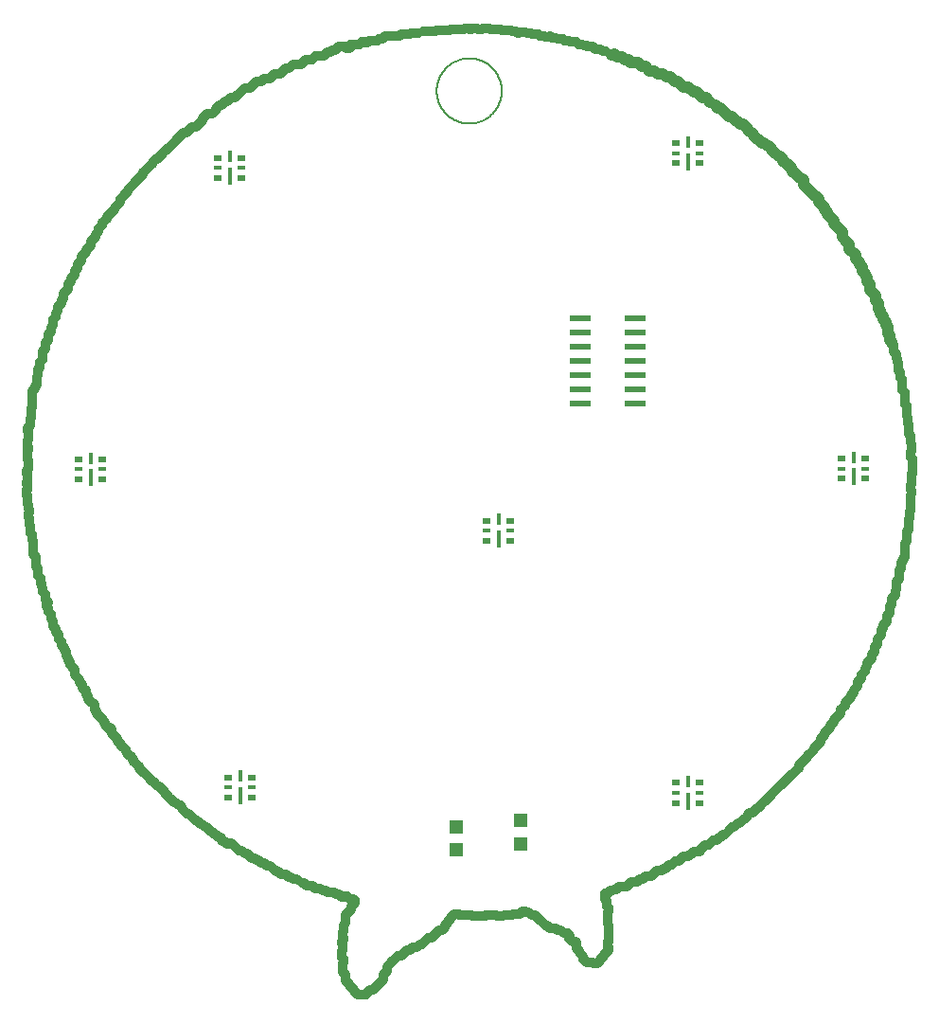
<source format=gtp>
G75*
%MOIN*%
%OFA0B0*%
%FSLAX25Y25*%
%IPPOS*%
%LPD*%
%AMOC8*
5,1,8,0,0,1.08239X$1,22.5*
%
%ADD10C,0.04000*%
%ADD11C,0.03200*%
%ADD12C,0.00800*%
%ADD13R,0.07800X0.02200*%
%ADD14R,0.03150X0.01969*%
%ADD15R,0.03150X0.01181*%
%ADD16R,0.01181X0.03937*%
%ADD17R,0.01181X0.05906*%
%ADD18R,0.04724X0.04724*%
D10*
X0271455Y0316976D02*
X0271947Y0316976D01*
X0273177Y0315746D01*
X0273915Y0315746D01*
X0275146Y0314516D01*
X0275392Y0314516D01*
X0276376Y0313531D01*
X0276376Y0313285D01*
X0277360Y0312301D01*
X0277606Y0312301D01*
X0279083Y0310825D01*
X0279575Y0310825D01*
X0280559Y0309841D01*
X0280559Y0309348D01*
X0281789Y0308118D01*
X0282035Y0308118D01*
X0282774Y0307380D01*
X0282774Y0307134D01*
X0283020Y0307134D01*
X0284004Y0306150D01*
X0284004Y0305657D01*
X0284742Y0304919D01*
X0284988Y0304919D01*
X0286465Y0303443D01*
X0286957Y0303443D01*
X0287941Y0302459D01*
X0287941Y0300982D01*
X0289171Y0299752D01*
X0289171Y0299506D01*
X0291878Y0296799D01*
X0292124Y0296799D01*
X0293108Y0295815D01*
X0293108Y0295077D01*
X0295077Y0293108D01*
X0295323Y0293108D01*
X0295323Y0292124D01*
X0296061Y0291386D01*
X0296061Y0290648D01*
X0298522Y0288187D01*
X0298522Y0287203D01*
X0301474Y0284250D01*
X0301474Y0282528D01*
X0302951Y0281051D01*
X0302951Y0280805D01*
X0303935Y0279821D01*
X0303935Y0278344D01*
X0306150Y0276130D01*
X0306150Y0274900D01*
X0307380Y0273669D01*
X0307380Y0272931D01*
X0308364Y0271947D01*
X0308364Y0270470D01*
X0309348Y0269486D01*
X0309348Y0269240D01*
X0310333Y0268256D01*
X0310333Y0267026D01*
X0311317Y0266041D01*
X0311317Y0263827D01*
X0313285Y0261858D01*
X0313285Y0260136D01*
X0314270Y0259152D01*
X0314270Y0257183D01*
X0315008Y0256445D01*
X0315008Y0255707D01*
X0315992Y0254722D01*
X0315992Y0253492D01*
X0316976Y0252508D01*
X0316976Y0251524D01*
X0317469Y0251031D01*
X0317469Y0248571D01*
X0318207Y0247833D01*
X0318207Y0246356D01*
X0318945Y0245618D01*
X0318945Y0245126D01*
X0271455Y0316976D02*
X0270224Y0318207D01*
X0270224Y0318453D01*
X0268256Y0320421D01*
X0268256Y0320667D01*
X0266533Y0322390D01*
X0265549Y0322390D01*
X0264565Y0323374D01*
X0264073Y0323374D01*
X0262350Y0325096D01*
X0261366Y0325096D01*
X0258413Y0328049D01*
X0257429Y0328049D01*
X0256691Y0328787D01*
X0254969Y0330018D02*
X0253492Y0331494D01*
X0252262Y0331494D01*
X0250293Y0333463D01*
X0249063Y0333463D01*
X0247094Y0335431D01*
X0245618Y0335431D01*
X0243650Y0337400D01*
X0242419Y0337400D01*
X0240943Y0338876D01*
X0239467Y0338876D01*
X0238236Y0340106D01*
X0237498Y0340106D01*
X0237252Y0339860D01*
X0236514Y0339860D01*
X0235283Y0341091D01*
X0233561Y0341091D01*
X0232085Y0342567D01*
X0230854Y0342567D01*
X0229378Y0344043D01*
X0226917Y0344043D01*
X0226179Y0344781D01*
X0224949Y0344781D01*
X0223719Y0346012D01*
X0222242Y0346012D01*
X0221258Y0346996D01*
X0221012Y0346750D01*
X0220274Y0346750D01*
D11*
X0068945Y0081494D02*
X0070667Y0079772D01*
X0071159Y0079772D01*
X0073374Y0077557D01*
X0073620Y0077557D01*
X0074112Y0077065D01*
X0074358Y0077065D01*
X0075343Y0076081D01*
X0075835Y0076081D01*
X0077065Y0074850D01*
X0077557Y0074850D01*
X0078049Y0074358D01*
X0078049Y0074112D01*
X0079033Y0073128D01*
X0079526Y0073128D01*
X0080510Y0072144D01*
X0080756Y0072144D01*
X0081740Y0071159D01*
X0082478Y0071159D01*
X0082724Y0070913D01*
X0082724Y0070421D01*
X0083217Y0069929D01*
X0083955Y0069929D01*
X0084939Y0068945D01*
X0085185Y0069191D01*
X0086169Y0069191D01*
X0086907Y0068453D01*
X0087154Y0068453D01*
X0088876Y0066730D01*
X0089860Y0066730D01*
X0091091Y0065500D01*
X0091829Y0065500D01*
X0093551Y0063778D01*
X0094535Y0063778D01*
X0095028Y0063285D01*
X0095766Y0063285D01*
X0096750Y0062301D01*
X0097980Y0062301D01*
X0098965Y0061317D01*
X0099703Y0061317D01*
X0100195Y0060825D01*
X0100441Y0060825D01*
X0101179Y0060087D01*
X0101425Y0060087D01*
X0102163Y0059348D01*
X0102902Y0059348D01*
X0103886Y0058364D01*
X0105362Y0058364D01*
X0106346Y0057380D01*
X0107331Y0057380D01*
X0108069Y0056642D01*
X0109299Y0056642D01*
X0109791Y0056150D01*
X0111022Y0055411D02*
X0112006Y0055411D01*
X0112990Y0054427D01*
X0114713Y0054427D01*
X0115697Y0053443D01*
X0117419Y0053443D01*
X0118404Y0052459D01*
X0119634Y0052459D01*
X0120126Y0051967D01*
X0122587Y0051967D01*
X0123325Y0051228D01*
X0124309Y0051228D01*
X0125293Y0050244D01*
X0125785Y0050244D01*
X0126031Y0050490D01*
X0127262Y0050490D01*
X0128000Y0049752D01*
X0129230Y0049752D01*
X0129722Y0049260D01*
X0129722Y0048276D01*
X0128492Y0047045D01*
X0128492Y0046061D01*
X0126524Y0044093D01*
X0126524Y0041140D01*
X0125785Y0040402D01*
X0125785Y0038187D01*
X0125539Y0037941D01*
X0125539Y0036219D01*
X0125785Y0035972D01*
X0125785Y0035234D01*
X0125293Y0034742D01*
X0125293Y0034004D01*
X0125539Y0033758D01*
X0125539Y0031543D01*
X0125293Y0031297D01*
X0125293Y0029083D01*
X0125785Y0028591D01*
X0125785Y0027114D01*
X0125539Y0026868D01*
X0125539Y0023915D01*
X0126524Y0022931D01*
X0126524Y0020963D01*
X0128000Y0019486D01*
X0128000Y0019240D01*
X0129476Y0017764D01*
X0129476Y0017272D01*
X0130707Y0016041D01*
X0132429Y0016041D01*
X0132675Y0015795D01*
X0133659Y0015795D01*
X0133906Y0016041D01*
X0133906Y0016287D01*
X0135136Y0017518D01*
X0136120Y0017518D01*
X0139811Y0021209D01*
X0139811Y0022931D01*
X0141041Y0024161D01*
X0141041Y0025638D01*
X0142518Y0027114D01*
X0142518Y0027360D01*
X0143256Y0028098D01*
X0143502Y0028098D01*
X0144978Y0029575D01*
X0146209Y0029575D01*
X0148177Y0031543D01*
X0149161Y0031543D01*
X0150146Y0032528D01*
X0151622Y0032528D01*
X0152852Y0033758D01*
X0153344Y0033758D01*
X0155559Y0035972D01*
X0156789Y0035972D01*
X0159496Y0038679D01*
X0160480Y0038679D01*
X0161465Y0039663D01*
X0161465Y0040156D01*
X0162449Y0041140D01*
X0162449Y0041632D01*
X0163433Y0042616D01*
X0163433Y0043108D01*
X0163925Y0043600D01*
X0164171Y0043600D01*
X0164909Y0044339D01*
X0166386Y0044339D01*
X0166632Y0044093D01*
X0170815Y0044093D01*
X0171307Y0043600D01*
X0175736Y0043600D01*
X0175982Y0043846D01*
X0179673Y0043846D01*
X0179919Y0043600D01*
X0181888Y0043600D01*
X0182380Y0044093D01*
X0185333Y0044093D01*
X0185579Y0044339D01*
X0187793Y0044339D01*
X0188778Y0045323D01*
X0190008Y0045323D01*
X0190254Y0045077D01*
X0190992Y0045077D01*
X0192222Y0043846D01*
X0193207Y0043846D01*
X0195175Y0041878D01*
X0195421Y0041878D01*
X0196898Y0040402D01*
X0197636Y0040402D01*
X0198620Y0039417D01*
X0200343Y0039417D01*
X0201081Y0038679D01*
X0202311Y0038679D01*
X0203541Y0037449D01*
X0204772Y0037449D01*
X0205510Y0036711D01*
X0205510Y0035972D01*
X0205264Y0035726D01*
X0205264Y0035480D01*
X0205510Y0035480D01*
X0206494Y0034496D01*
X0207478Y0034496D01*
X0207724Y0034250D01*
X0207724Y0032281D01*
X0208709Y0031297D01*
X0208709Y0030805D01*
X0210185Y0029329D01*
X0210185Y0028344D01*
X0210431Y0028344D01*
X0211415Y0027360D01*
X0211907Y0027360D01*
X0212154Y0027114D01*
X0213630Y0027114D01*
X0213876Y0026868D01*
X0215106Y0026868D01*
X0216337Y0028098D01*
X0216337Y0028344D01*
X0217567Y0029575D01*
X0217567Y0030067D01*
X0219043Y0031543D01*
X0219043Y0032528D01*
X0218797Y0032774D01*
X0218797Y0034496D01*
X0219043Y0034742D01*
X0219043Y0038925D01*
X0219289Y0039171D01*
X0219289Y0040402D01*
X0218797Y0040894D01*
X0218797Y0045077D01*
X0219043Y0045323D01*
X0219043Y0046553D01*
X0218551Y0047045D01*
X0218551Y0049014D01*
X0217813Y0049752D01*
X0217813Y0051474D01*
X0218797Y0051474D01*
X0219781Y0052459D01*
X0220520Y0052459D01*
X0221012Y0052951D01*
X0221996Y0052951D01*
X0222980Y0053935D01*
X0225441Y0053935D01*
X0227163Y0055657D01*
X0229132Y0055657D01*
X0230116Y0056642D01*
X0231100Y0056642D01*
X0232085Y0057626D01*
X0234299Y0057626D01*
X0236268Y0059594D01*
X0237744Y0059594D01*
X0238482Y0060333D01*
X0239220Y0060333D01*
X0240451Y0061563D01*
X0241435Y0061563D01*
X0242665Y0062793D01*
X0243896Y0062793D01*
X0245618Y0064516D01*
X0247094Y0064516D01*
X0247833Y0065254D01*
X0248325Y0065254D01*
X0249309Y0066238D01*
X0251031Y0066238D01*
X0251524Y0066730D01*
X0251524Y0066976D01*
X0253246Y0068699D01*
X0254476Y0068699D01*
X0255953Y0070175D01*
X0257183Y0070175D01*
X0258167Y0071159D01*
X0258413Y0071159D01*
X0259398Y0072144D01*
X0260136Y0072144D01*
X0261366Y0073620D02*
X0262596Y0074850D01*
X0263335Y0074850D01*
X0264811Y0076327D01*
X0265303Y0076327D01*
X0267026Y0078049D01*
X0267518Y0078049D01*
X0268256Y0078787D01*
X0268256Y0079280D01*
X0268994Y0080018D01*
X0269732Y0080018D01*
X0271455Y0081740D01*
X0271947Y0081740D01*
X0272685Y0082478D01*
X0272685Y0082724D01*
X0273915Y0083955D01*
X0274161Y0083955D01*
X0276376Y0086169D01*
X0276376Y0086415D01*
X0279575Y0089614D01*
X0279821Y0089614D01*
X0283758Y0093551D01*
X0284004Y0093551D01*
X0286219Y0095766D01*
X0286219Y0096504D01*
X0289171Y0099457D01*
X0289171Y0099949D01*
X0289909Y0100687D01*
X0290156Y0100687D01*
X0291632Y0102163D01*
X0291632Y0102656D01*
X0293846Y0104870D01*
X0293846Y0105854D01*
X0295323Y0107331D01*
X0295323Y0108069D01*
X0297045Y0109791D01*
X0297045Y0110530D01*
X0298522Y0112006D01*
X0298522Y0112498D01*
X0300982Y0114959D01*
X0300982Y0116189D01*
X0302459Y0117665D01*
X0302459Y0118650D01*
X0304427Y0120618D01*
X0304427Y0121356D01*
X0305411Y0122341D01*
X0305411Y0123079D01*
X0306888Y0124555D01*
X0306888Y0126031D01*
X0308118Y0127262D01*
X0308118Y0128492D01*
X0309348Y0129722D01*
X0309348Y0130461D01*
X0310333Y0131445D01*
X0310333Y0132675D01*
X0311809Y0134152D01*
X0311809Y0135628D01*
X0312793Y0136612D01*
X0312793Y0138335D01*
X0313778Y0139319D01*
X0313778Y0141041D01*
X0315254Y0142518D01*
X0315254Y0144240D01*
X0315992Y0144978D01*
X0315992Y0145963D01*
X0317222Y0147193D01*
X0317222Y0149407D01*
X0318207Y0150392D01*
X0318207Y0152606D01*
X0318945Y0153344D01*
X0318945Y0155313D01*
X0320175Y0156543D01*
X0320175Y0158020D01*
X0320667Y0158512D01*
X0320667Y0161219D01*
X0321652Y0162203D01*
X0321652Y0165402D01*
X0322144Y0165894D01*
X0322144Y0167862D01*
X0322882Y0168600D01*
X0322882Y0169339D01*
X0323374Y0169831D01*
X0323374Y0174752D01*
X0324112Y0175490D01*
X0324112Y0178935D01*
X0324850Y0179673D01*
X0324850Y0183364D01*
X0325096Y0183610D01*
X0325096Y0186071D01*
X0325343Y0186317D01*
X0325343Y0191730D01*
X0325835Y0192222D01*
X0325835Y0193207D01*
X0325589Y0193453D01*
X0325589Y0195421D01*
X0325835Y0195667D01*
X0325835Y0199112D01*
X0326081Y0199358D01*
X0326081Y0204526D01*
X0325589Y0205018D01*
X0325589Y0206986D01*
X0325835Y0207232D01*
X0325835Y0209693D01*
X0325343Y0210185D01*
X0325343Y0212646D01*
X0324850Y0213138D01*
X0324850Y0216583D01*
X0324604Y0216829D01*
X0324604Y0219043D01*
X0324112Y0219535D01*
X0324112Y0223226D01*
X0323620Y0223719D01*
X0323620Y0224703D01*
X0323374Y0224949D01*
X0323374Y0227902D01*
X0322636Y0228640D01*
X0322636Y0230608D01*
X0322390Y0230854D01*
X0322390Y0232577D01*
X0321898Y0233069D01*
X0321898Y0235037D01*
X0321159Y0235776D01*
X0321159Y0238236D01*
X0320913Y0238482D01*
X0320913Y0239467D01*
X0320421Y0239959D01*
X0320421Y0241435D01*
X0319437Y0242419D01*
X0319437Y0244634D01*
X0318945Y0245126D01*
X0218305Y0347980D02*
X0217075Y0347980D01*
X0216337Y0348719D01*
X0214614Y0348719D01*
X0213630Y0349703D01*
X0211661Y0349703D01*
X0211415Y0349949D01*
X0210431Y0349949D01*
X0209939Y0350441D01*
X0208463Y0350441D01*
X0207724Y0351179D01*
X0205510Y0351179D01*
X0205018Y0351671D01*
X0203541Y0351671D01*
X0203049Y0352163D01*
X0201081Y0352163D01*
X0200589Y0352656D01*
X0199112Y0352656D01*
X0198620Y0353148D01*
X0198374Y0352902D01*
X0196898Y0352902D01*
X0196406Y0353394D01*
X0194929Y0353394D01*
X0194437Y0353886D01*
X0192222Y0353886D01*
X0191976Y0354132D01*
X0190500Y0354132D01*
X0190008Y0354624D01*
X0187793Y0354624D01*
X0187547Y0354378D01*
X0187055Y0354378D01*
X0186563Y0354870D01*
X0185087Y0354870D01*
X0184841Y0355116D01*
X0183610Y0355116D01*
X0183364Y0355362D01*
X0181396Y0355362D01*
X0181150Y0355608D01*
X0177459Y0355608D01*
X0177213Y0355854D01*
X0174752Y0355854D01*
X0174506Y0355608D01*
X0173030Y0355608D01*
X0172783Y0355854D01*
X0171061Y0355854D01*
X0170815Y0355608D01*
X0170323Y0355608D01*
X0170077Y0355854D01*
X0168354Y0355854D01*
X0168108Y0355608D01*
X0163433Y0355608D01*
X0163187Y0355362D01*
X0161465Y0355362D01*
X0161219Y0355116D01*
X0158512Y0355116D01*
X0158266Y0354870D01*
X0153837Y0354870D01*
X0152114Y0354378D02*
X0149654Y0354378D01*
X0149161Y0353886D01*
X0146209Y0353886D01*
X0145470Y0353148D01*
X0140549Y0353148D01*
X0139565Y0352163D01*
X0138335Y0352163D01*
X0137843Y0351671D01*
X0134890Y0351671D01*
X0134152Y0350933D01*
X0133659Y0350933D01*
X0133413Y0351179D01*
X0132183Y0351179D01*
X0131445Y0350441D01*
X0128246Y0350441D01*
X0128738Y0349949D01*
X0128738Y0349703D01*
X0128000Y0348965D01*
X0126770Y0348965D01*
X0126278Y0349457D01*
X0124063Y0349457D01*
X0122833Y0348226D01*
X0121848Y0348226D01*
X0121110Y0347488D01*
X0120126Y0347488D01*
X0118896Y0346258D01*
X0115943Y0346258D01*
X0114713Y0345028D01*
X0112498Y0345028D01*
X0110776Y0343305D01*
X0108069Y0343305D01*
X0106593Y0341829D01*
X0105362Y0341829D01*
X0103640Y0340106D01*
X0101671Y0340106D01*
X0099703Y0338138D01*
X0097734Y0338138D01*
X0096750Y0337154D01*
X0095028Y0337154D01*
X0092813Y0334939D01*
X0091091Y0334939D01*
X0088630Y0332478D01*
X0088384Y0332478D01*
X0087400Y0331494D01*
X0086169Y0331494D01*
X0084939Y0330264D01*
X0084201Y0330264D01*
X0082970Y0329033D01*
X0082232Y0329033D01*
X0080756Y0327557D01*
X0080756Y0327065D01*
X0079526Y0325835D01*
X0077803Y0325835D01*
X0076081Y0324112D01*
X0076081Y0323620D01*
X0073866Y0321406D01*
X0072636Y0321406D01*
X0070421Y0319191D01*
X0069437Y0319191D01*
X0066976Y0316730D01*
X0066976Y0316484D01*
X0064516Y0314024D01*
X0064270Y0314024D01*
X0063285Y0313039D01*
X0063039Y0313039D01*
X0062301Y0312301D01*
X0062301Y0311809D01*
X0060333Y0309841D01*
X0059594Y0309841D01*
X0058364Y0308610D01*
X0058364Y0308364D01*
X0055165Y0305165D01*
X0055165Y0304673D01*
X0052213Y0301720D01*
X0052213Y0301474D01*
X0049752Y0299014D01*
X0049752Y0298522D01*
X0048522Y0297291D01*
X0048522Y0297045D01*
X0047291Y0295815D01*
X0047291Y0294831D01*
X0045077Y0292616D01*
X0045077Y0292370D01*
X0042370Y0289663D01*
X0042370Y0288925D01*
X0040894Y0287449D01*
X0040894Y0286711D01*
X0039663Y0285480D01*
X0039663Y0284496D01*
X0038433Y0283266D01*
X0038433Y0282528D01*
X0036957Y0281051D01*
X0036957Y0279575D01*
X0035234Y0277852D01*
X0035234Y0277360D01*
X0033512Y0275638D01*
X0033512Y0274407D01*
X0032035Y0272931D01*
X0032035Y0271455D01*
X0031051Y0270470D01*
X0031051Y0269240D01*
X0029821Y0268010D01*
X0029821Y0266780D01*
X0028837Y0265795D01*
X0028837Y0264319D01*
X0027114Y0262596D01*
X0027114Y0260874D01*
X0026376Y0260136D01*
X0026376Y0259152D01*
X0025146Y0257921D01*
X0025146Y0256445D01*
X0024407Y0255707D01*
X0024407Y0254230D01*
X0023669Y0253492D01*
X0023669Y0251524D01*
X0022685Y0250539D01*
X0022685Y0249309D01*
X0021701Y0248325D01*
X0021701Y0246356D01*
X0020717Y0245372D01*
X0020717Y0243157D01*
X0019732Y0242173D01*
X0019732Y0239220D01*
X0018994Y0238482D01*
X0018994Y0236760D01*
X0018256Y0236022D01*
X0018256Y0233807D01*
X0017764Y0233315D01*
X0017764Y0230608D01*
X0017026Y0229870D01*
X0017026Y0229132D01*
X0016287Y0228394D01*
X0016287Y0224211D01*
X0016041Y0223965D01*
X0016041Y0222488D01*
X0015795Y0222242D01*
X0015795Y0218797D01*
X0015549Y0218551D01*
X0015549Y0216337D01*
X0014565Y0215352D01*
X0014565Y0214368D01*
X0014811Y0214122D01*
X0014811Y0211169D01*
X0014565Y0210923D01*
X0014565Y0208955D01*
X0014811Y0208709D01*
X0014811Y0207724D01*
X0014565Y0207478D01*
X0014565Y0204280D01*
X0014811Y0204033D01*
X0014811Y0200835D01*
X0014319Y0200343D01*
X0014319Y0199112D01*
X0014565Y0198866D01*
X0014565Y0196652D01*
X0014319Y0196406D01*
X0014319Y0195667D01*
X0014565Y0195421D01*
X0014565Y0193699D01*
X0014319Y0193453D01*
X0014319Y0191730D01*
X0014565Y0191484D01*
X0014565Y0188531D01*
X0014811Y0188285D01*
X0014811Y0186809D01*
X0015057Y0186563D01*
X0015057Y0185579D01*
X0014811Y0185333D01*
X0014811Y0184102D01*
X0015303Y0183610D01*
X0015303Y0182872D01*
X0015057Y0182626D01*
X0015057Y0181396D01*
X0015549Y0180904D01*
X0015549Y0178443D01*
X0016041Y0177951D01*
X0016041Y0175982D01*
X0016533Y0175490D01*
X0016533Y0171061D01*
X0017518Y0170077D01*
X0017518Y0166632D01*
X0018256Y0165894D01*
X0018256Y0163433D01*
X0019240Y0162449D01*
X0019240Y0160726D01*
X0019486Y0160480D01*
X0019486Y0159496D01*
X0019978Y0159004D01*
X0019978Y0157528D01*
X0020717Y0156789D01*
X0020717Y0155067D01*
X0021701Y0154083D01*
X0021209Y0153591D01*
X0021209Y0152606D01*
X0021947Y0151868D01*
X0021947Y0150638D01*
X0022685Y0149900D01*
X0022685Y0148177D01*
X0023423Y0147439D01*
X0023423Y0145717D01*
X0024654Y0144486D01*
X0024654Y0143502D01*
X0025638Y0142518D01*
X0025638Y0141041D01*
X0026376Y0140303D01*
X0026376Y0139073D01*
X0027360Y0138089D01*
X0027360Y0137350D01*
X0028098Y0136612D01*
X0028098Y0135136D01*
X0028837Y0134398D01*
X0028837Y0133659D01*
X0029575Y0132921D01*
X0029575Y0131937D01*
X0030067Y0131445D01*
X0030067Y0131199D01*
X0031051Y0130215D01*
X0031051Y0128492D01*
X0032774Y0126770D01*
X0032774Y0126031D01*
X0033758Y0125047D01*
X0033758Y0123817D01*
X0034250Y0123325D01*
X0034742Y0123325D01*
X0035234Y0122833D01*
X0035234Y0121602D01*
X0035972Y0120864D01*
X0035972Y0119880D01*
X0037203Y0118650D01*
X0037449Y0118650D01*
X0038187Y0117911D01*
X0038187Y0116435D01*
X0038925Y0115697D01*
X0038925Y0114959D01*
X0041140Y0112744D01*
X0041140Y0112252D01*
X0041878Y0111514D01*
X0041878Y0111022D01*
X0043600Y0109299D01*
X0043600Y0109791D01*
X0044093Y0109299D01*
X0044093Y0107823D01*
X0045077Y0106839D01*
X0045323Y0106839D01*
X0046307Y0105854D01*
X0046307Y0105116D01*
X0047537Y0103886D01*
X0047537Y0103394D01*
X0048030Y0102902D01*
X0048276Y0102902D01*
X0049014Y0102163D01*
X0049014Y0101671D01*
X0049506Y0101179D01*
X0049506Y0100933D01*
X0050490Y0099949D01*
X0050736Y0099949D01*
X0051228Y0099457D01*
X0051228Y0099211D01*
X0051967Y0098472D01*
X0051967Y0097980D01*
X0053689Y0096258D01*
X0053689Y0095766D01*
X0055657Y0093797D01*
X0055904Y0093797D01*
X0057626Y0092075D01*
X0057626Y0091829D01*
X0058364Y0091091D01*
X0058856Y0091091D01*
X0059594Y0090352D01*
X0059594Y0090106D01*
X0060579Y0089122D01*
X0060825Y0089122D01*
X0062793Y0087154D01*
X0062793Y0086907D01*
X0063531Y0086169D01*
X0063778Y0086169D01*
X0064270Y0085677D01*
X0064270Y0085431D01*
X0064762Y0084939D01*
X0065008Y0084939D01*
X0066238Y0083709D01*
X0066484Y0083709D01*
X0067715Y0082478D01*
X0068453Y0082478D01*
X0068945Y0081986D01*
X0068945Y0081494D01*
D12*
X0158617Y0333955D02*
X0158620Y0334236D01*
X0158631Y0334517D01*
X0158648Y0334798D01*
X0158672Y0335078D01*
X0158703Y0335358D01*
X0158741Y0335637D01*
X0158786Y0335914D01*
X0158837Y0336191D01*
X0158895Y0336466D01*
X0158960Y0336740D01*
X0159032Y0337012D01*
X0159110Y0337282D01*
X0159195Y0337550D01*
X0159287Y0337816D01*
X0159385Y0338079D01*
X0159489Y0338341D01*
X0159600Y0338599D01*
X0159717Y0338855D01*
X0159841Y0339108D01*
X0159970Y0339357D01*
X0160106Y0339604D01*
X0160247Y0339847D01*
X0160395Y0340086D01*
X0160548Y0340322D01*
X0160707Y0340554D01*
X0160872Y0340782D01*
X0161043Y0341006D01*
X0161218Y0341225D01*
X0161399Y0341440D01*
X0161586Y0341651D01*
X0161777Y0341857D01*
X0161974Y0342058D01*
X0162175Y0342255D01*
X0162381Y0342446D01*
X0162592Y0342633D01*
X0162807Y0342814D01*
X0163026Y0342989D01*
X0163250Y0343160D01*
X0163478Y0343325D01*
X0163710Y0343484D01*
X0163946Y0343637D01*
X0164185Y0343785D01*
X0164428Y0343926D01*
X0164675Y0344062D01*
X0164924Y0344191D01*
X0165177Y0344315D01*
X0165433Y0344432D01*
X0165691Y0344543D01*
X0165953Y0344647D01*
X0166216Y0344745D01*
X0166482Y0344837D01*
X0166750Y0344922D01*
X0167020Y0345000D01*
X0167292Y0345072D01*
X0167566Y0345137D01*
X0167841Y0345195D01*
X0168118Y0345246D01*
X0168395Y0345291D01*
X0168674Y0345329D01*
X0168954Y0345360D01*
X0169234Y0345384D01*
X0169515Y0345401D01*
X0169796Y0345412D01*
X0170077Y0345415D01*
X0170358Y0345412D01*
X0170639Y0345401D01*
X0170920Y0345384D01*
X0171200Y0345360D01*
X0171480Y0345329D01*
X0171759Y0345291D01*
X0172036Y0345246D01*
X0172313Y0345195D01*
X0172588Y0345137D01*
X0172862Y0345072D01*
X0173134Y0345000D01*
X0173404Y0344922D01*
X0173672Y0344837D01*
X0173938Y0344745D01*
X0174201Y0344647D01*
X0174463Y0344543D01*
X0174721Y0344432D01*
X0174977Y0344315D01*
X0175230Y0344191D01*
X0175479Y0344062D01*
X0175726Y0343926D01*
X0175969Y0343785D01*
X0176208Y0343637D01*
X0176444Y0343484D01*
X0176676Y0343325D01*
X0176904Y0343160D01*
X0177128Y0342989D01*
X0177347Y0342814D01*
X0177562Y0342633D01*
X0177773Y0342446D01*
X0177979Y0342255D01*
X0178180Y0342058D01*
X0178377Y0341857D01*
X0178568Y0341651D01*
X0178755Y0341440D01*
X0178936Y0341225D01*
X0179111Y0341006D01*
X0179282Y0340782D01*
X0179447Y0340554D01*
X0179606Y0340322D01*
X0179759Y0340086D01*
X0179907Y0339847D01*
X0180048Y0339604D01*
X0180184Y0339357D01*
X0180313Y0339108D01*
X0180437Y0338855D01*
X0180554Y0338599D01*
X0180665Y0338341D01*
X0180769Y0338079D01*
X0180867Y0337816D01*
X0180959Y0337550D01*
X0181044Y0337282D01*
X0181122Y0337012D01*
X0181194Y0336740D01*
X0181259Y0336466D01*
X0181317Y0336191D01*
X0181368Y0335914D01*
X0181413Y0335637D01*
X0181451Y0335358D01*
X0181482Y0335078D01*
X0181506Y0334798D01*
X0181523Y0334517D01*
X0181534Y0334236D01*
X0181537Y0333955D01*
X0181534Y0333674D01*
X0181523Y0333393D01*
X0181506Y0333112D01*
X0181482Y0332832D01*
X0181451Y0332552D01*
X0181413Y0332273D01*
X0181368Y0331996D01*
X0181317Y0331719D01*
X0181259Y0331444D01*
X0181194Y0331170D01*
X0181122Y0330898D01*
X0181044Y0330628D01*
X0180959Y0330360D01*
X0180867Y0330094D01*
X0180769Y0329831D01*
X0180665Y0329569D01*
X0180554Y0329311D01*
X0180437Y0329055D01*
X0180313Y0328802D01*
X0180184Y0328553D01*
X0180048Y0328306D01*
X0179907Y0328063D01*
X0179759Y0327824D01*
X0179606Y0327588D01*
X0179447Y0327356D01*
X0179282Y0327128D01*
X0179111Y0326904D01*
X0178936Y0326685D01*
X0178755Y0326470D01*
X0178568Y0326259D01*
X0178377Y0326053D01*
X0178180Y0325852D01*
X0177979Y0325655D01*
X0177773Y0325464D01*
X0177562Y0325277D01*
X0177347Y0325096D01*
X0177128Y0324921D01*
X0176904Y0324750D01*
X0176676Y0324585D01*
X0176444Y0324426D01*
X0176208Y0324273D01*
X0175969Y0324125D01*
X0175726Y0323984D01*
X0175479Y0323848D01*
X0175230Y0323719D01*
X0174977Y0323595D01*
X0174721Y0323478D01*
X0174463Y0323367D01*
X0174201Y0323263D01*
X0173938Y0323165D01*
X0173672Y0323073D01*
X0173404Y0322988D01*
X0173134Y0322910D01*
X0172862Y0322838D01*
X0172588Y0322773D01*
X0172313Y0322715D01*
X0172036Y0322664D01*
X0171759Y0322619D01*
X0171480Y0322581D01*
X0171200Y0322550D01*
X0170920Y0322526D01*
X0170639Y0322509D01*
X0170358Y0322498D01*
X0170077Y0322495D01*
X0169796Y0322498D01*
X0169515Y0322509D01*
X0169234Y0322526D01*
X0168954Y0322550D01*
X0168674Y0322581D01*
X0168395Y0322619D01*
X0168118Y0322664D01*
X0167841Y0322715D01*
X0167566Y0322773D01*
X0167292Y0322838D01*
X0167020Y0322910D01*
X0166750Y0322988D01*
X0166482Y0323073D01*
X0166216Y0323165D01*
X0165953Y0323263D01*
X0165691Y0323367D01*
X0165433Y0323478D01*
X0165177Y0323595D01*
X0164924Y0323719D01*
X0164675Y0323848D01*
X0164428Y0323984D01*
X0164185Y0324125D01*
X0163946Y0324273D01*
X0163710Y0324426D01*
X0163478Y0324585D01*
X0163250Y0324750D01*
X0163026Y0324921D01*
X0162807Y0325096D01*
X0162592Y0325277D01*
X0162381Y0325464D01*
X0162175Y0325655D01*
X0161974Y0325852D01*
X0161777Y0326053D01*
X0161586Y0326259D01*
X0161399Y0326470D01*
X0161218Y0326685D01*
X0161043Y0326904D01*
X0160872Y0327128D01*
X0160707Y0327356D01*
X0160548Y0327588D01*
X0160395Y0327824D01*
X0160247Y0328063D01*
X0160106Y0328306D01*
X0159970Y0328553D01*
X0159841Y0328802D01*
X0159717Y0329055D01*
X0159600Y0329311D01*
X0159489Y0329569D01*
X0159385Y0329831D01*
X0159287Y0330094D01*
X0159195Y0330360D01*
X0159110Y0330628D01*
X0159032Y0330898D01*
X0158960Y0331170D01*
X0158895Y0331444D01*
X0158837Y0331719D01*
X0158786Y0331996D01*
X0158741Y0332273D01*
X0158703Y0332552D01*
X0158672Y0332832D01*
X0158648Y0333112D01*
X0158631Y0333393D01*
X0158620Y0333674D01*
X0158617Y0333955D01*
D13*
X0209186Y0254033D03*
X0209186Y0249033D03*
X0209186Y0244033D03*
X0209186Y0239033D03*
X0209186Y0234033D03*
X0209186Y0229033D03*
X0209186Y0224033D03*
X0228586Y0224033D03*
X0228586Y0229033D03*
X0228586Y0234033D03*
X0228586Y0239033D03*
X0228586Y0244033D03*
X0228586Y0249033D03*
X0228586Y0254033D03*
D14*
X0242961Y0308512D03*
X0242961Y0315598D03*
X0251228Y0315598D03*
X0251228Y0308512D03*
X0301278Y0204624D03*
X0301278Y0197537D03*
X0309545Y0197537D03*
X0309545Y0204624D03*
X0251228Y0090451D03*
X0251228Y0083364D03*
X0242961Y0083364D03*
X0242961Y0090451D03*
X0184545Y0175638D03*
X0184545Y0182724D03*
X0176278Y0182724D03*
X0176278Y0175638D03*
X0093502Y0092419D03*
X0093502Y0085333D03*
X0085234Y0085333D03*
X0085234Y0092419D03*
X0040844Y0197291D03*
X0040844Y0204378D03*
X0032577Y0204378D03*
X0032577Y0197291D03*
X0081543Y0303344D03*
X0081543Y0310431D03*
X0089811Y0310431D03*
X0089811Y0303344D03*
D15*
X0089811Y0306888D03*
X0081543Y0306888D03*
X0040844Y0200835D03*
X0032577Y0200835D03*
X0085234Y0088876D03*
X0093502Y0088876D03*
X0176278Y0179181D03*
X0184545Y0179181D03*
X0242961Y0086907D03*
X0251228Y0086907D03*
X0301278Y0201081D03*
X0309545Y0201081D03*
X0251228Y0312055D03*
X0242961Y0312055D03*
D16*
X0247094Y0315992D03*
X0305411Y0205018D03*
X0247094Y0090844D03*
X0180411Y0183118D03*
X0089368Y0092813D03*
X0036711Y0204772D03*
X0085677Y0310825D03*
D17*
X0085677Y0303935D03*
X0036711Y0197882D03*
X0089368Y0085923D03*
X0180411Y0176228D03*
X0247094Y0083955D03*
X0305411Y0198128D03*
X0247094Y0309102D03*
D18*
X0188285Y0077262D03*
X0188285Y0068994D03*
X0165402Y0066780D03*
X0165402Y0075047D03*
M02*

</source>
